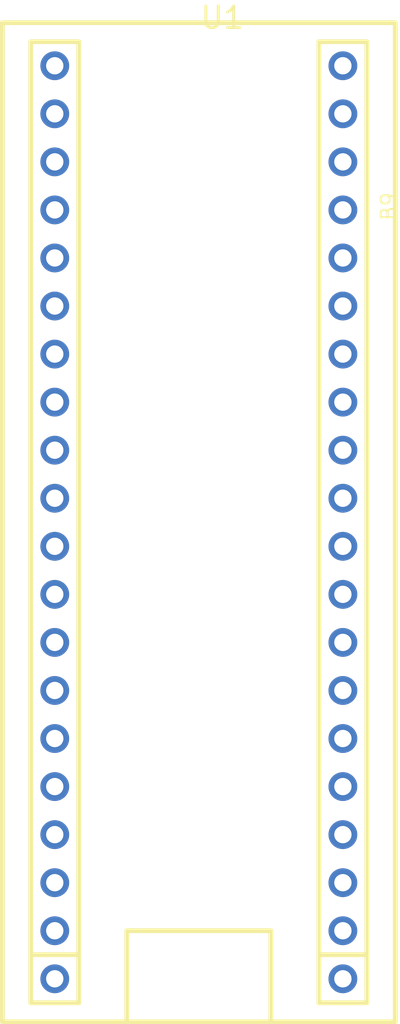
<source format=kicad_pcb>
(kicad_pcb (version 20171130) (host pcbnew "(5.1.5)-3") (page "A4") (layers (0 "F.Cu" signal) (31 "B.Cu" signal) (32 "B.Adhes" user) (33 "F.Adhes" user) (34 "B.Paste" user) (35 "F.Paste" user) (36 "B.SilkS" user) (37 "F.SilkS" user) (38 "B.Mask" user) (39 "F.Mask" user) (40 "Dwgs.User" user) (41 "Cmts.User" user) (42 "Eco1.User" user) (43 "Eco2.User" user) (44 "Edge.Cuts" user) (45 "Margin" user) (46 "B.CrtYd" user) (47 "F.CrtYd" user) (48 "B.Fab" user hide) (49 "F.Fab" user hide)) (net 0 "") (net 1 "U1_1") (net 2 "U1_2") (net 3 "U1_3") (net 4 "U1_4") (net 5 "U1_5") (net 6 "U1_6") (net 7 "U1_7") (net 8 "U1_8") (net 9 "U1_9") (net 10 "U1_10") (net 11 "U1_11") (net 12 "U1_12") (net 13 "U1_13") (net 14 "U1_14") (net 15 "U1_15") (net 16 "U1_16") (net 17 "U1_17") (net 18 "U1_18") (net 19 "U1_19") (net 20 "U1_20") (net 21 "U1_21") (net 22 "U1_22") (net 23 "U1_23") (net 24 "U1_24") (net 25 "U1_25") (net 26 "U1_26") (net 27 "U1_27") (net 28 "U1_28") (net 29 "U1_29") (net 30 "U1_30") (net 31 "U1_31") (net 32 "U1_32") (net 33 "U1_33") (net 34 "U1_34") (net 35 "U1_35") (net 36 "U1_36") (net 37 "U1_37") (net 38 "U1_38") (net 39 "U1_39") (net 40 "U1_40") (module "easyeda:STM32F411 BLACKPILL" (layer "F.Cu") (at 5.08 69.85) (fp_text value "STM32F411 Black Pill" (at 0 -28.448 0) (layer "F.Fab") hide (effects (font (size 1.143 1.143) (thickness 0.152)) (justify left))) (fp_text reference "U1" (at 0 -26.67 0) (layer "F.SilkS") (effects (font (size 1.143 1.143) (thickness 0.152)) (justify left))) (fp_line (start -8.89 22.86) (end -8.89 25.4) (width 0.254) (layer "F.SilkS")) (fp_line (start -8.89 25.4) (end -6.35 25.4) (width 0.254) (layer "F.SilkS")) (fp_line (start -6.35 25.4) (end -6.35 22.86) (width 0.254) (layer "F.SilkS")) (fp_line (start -6.35 22.86) (end -8.89 22.86) (width 0.254) (layer "F.SilkS")) (fp_line (start -8.89 22.86) (end -8.89 -25.4) (width 0.254) (layer "F.SilkS")) (fp_line (start -8.89 -25.4) (end -6.35 -25.4) (width 0.254) (layer "F.SilkS")) (fp_line (start -6.35 -25.4) (end -6.35 22.86) (width 0.254) (layer "F.SilkS")) (fp_line (start -3.81 26.289) (end -3.81 21.59) (width 0.254) (layer "F.SilkS")) (fp_line (start -3.81 21.59) (end 3.81 21.59) (width 0.254) (layer "F.SilkS")) (fp_line (start 3.81 21.59) (end 3.81 26.289) (width 0.254) (layer "F.SilkS")) (fp_line (start 6.35 22.86) (end 6.35 25.4) (width 0.254) (layer "F.SilkS")) (fp_line (start 6.35 25.4) (end 8.89 25.4) (width 0.254) (layer "F.SilkS")) (fp_line (start 8.89 25.4) (end 8.89 22.86) (width 0.254) (layer "F.SilkS")) (fp_line (start 8.89 22.86) (end 6.35 22.86) (width 0.254) (layer "F.SilkS")) (fp_line (start 6.35 22.86) (end 6.35 -25.4) (width 0.254) (layer "F.SilkS")) (fp_line (start 6.35 -25.4) (end 8.89 -25.4) (width 0.254) (layer "F.SilkS")) (fp_line (start 8.89 -25.4) (end 8.89 22.86) (width 0.254) (layer "F.SilkS")) (fp_line (start -10.39 -26.405) (end 10.39 -26.405) (width 0.254) (layer "F.SilkS")) (fp_line (start 10.39 -26.405) (end 10.39 26.405) (width 0.254) (layer "F.SilkS")) (fp_line (start 10.39 26.405) (end -10.39 26.405) (width 0.254) (layer "F.SilkS")) (fp_line (start -10.39 26.405) (end -10.39 -26.405) (width 0.254) (layer "F.SilkS")) (fp_text value "USB" (at -2.54 25.4 0) (layer "F.SilkS") (effects (font (size 2.032 2.032) (thickness 0.203)) (justify left))) (fp_text value "5V" (at -9.271 24.765 90) (layer "F.SilkS") (effects (font (size 0.762 0.762) (thickness 0.102)) (justify left))) (fp_text value "GND" (at -9.271 22.606 90) (layer "F.SilkS") (effects (font (size 0.762 0.762) (thickness 0.102)) (justify left))) (fp_text value "3V3" (at -9.271 20.066 90) (layer "F.SilkS") (effects (font (size 0.762 0.762) (thickness 0.102)) (justify left))) (fp_text value "B10" (at -9.271 17.272 90) (layer "F.SilkS") (effects (font (size 0.762 0.762) (thickness 0.102)) (justify left))) (fp_text value "B0" (at -9.271 9.525 90) (layer "F.SilkS") (effects (font (size 0.762 0.762) (thickness 0.102)) (justify left))) (fp_text value "B1" (at -9.271 11.938 90) (layer "F.SilkS") (effects (font (size 0.762 0.762) (thickness 0.102)) (justify left))) (fp_text value "B2" (at -9.271 14.478 90) (layer "F.SilkS") (effects (font (size 0.762 0.762) (thickness 0.102)) (justify left))) (fp_text value "A0" (at -9.271 -10.795 90) (layer "F.SilkS") (effects (font (size 0.762 0.762) (thickness 0.102)) (justify left))) (fp_text value "A1" (at -9.271 -8.509 90) (layer "F.SilkS") (effects (font (size 0.762 0.762) (thickness 0.102)) (justify left))) (fp_text value "A2" (at -9.271 -5.715 90) (layer "F.SilkS") (effects (font (size 0.762 0.762) (thickness 0.102)) (justify left))) (fp_text value "A3" (at -9.271 -3.302 90) (layer "F.SilkS") (effects (font (size 0.762 0.762) (thickness 0.102)) (justify left))) (fp_text value "A4" (at -9.271 -0.635 90) (layer "F.SilkS") (effects (font (size 0.762 0.762) (thickness 0.102)) (justify left))) (fp_text value "A5" (at -9.271 1.905 90) (layer "F.SilkS") (effects (font (size 0.762 0.762) (thickness 0.102)) (justify left))) (fp_text value "A6" (at -9.271 4.445 90) (layer "F.SilkS") (effects (font (size 0.762 0.762) (thickness 0.102)) (justify left))) (fp_text value "A7" (at -9.271 6.985 90) (layer "F.SilkS") (effects (font (size 0.762 0.762) (thickness 0.102)) (justify left))) (fp_text value "RST" (at -9.271 -13.081 90) (layer "F.SilkS") (effects (font (size 0.762 0.762) (thickness 0.102)) (justify left))) (fp_text value "VB" (at -9.271 -23.368 90) (layer "F.SilkS") (effects (font (size 0.762 0.762) (thickness 0.102)) (justify left))) (fp_text value "C13" (at -9.271 -20.828 90) (layer "F.SilkS") (effects (font (size 0.762 0.762) (thickness 0.102)) (justify left))) (fp_text value "C14" (at -9.271 -18.161 90) (layer "F.SilkS") (effects (font (size 0.762 0.762) (thickness 0.102)) (justify left))) (fp_text value "C15" (at -9.271 -15.621 90) (layer "F.SilkS") (effects (font (size 0.762 0.762) (thickness 0.102)) (justify left))) (fp_text value "5V" (at 10.033 -18.415 90) (layer "F.SilkS") (effects (font (size 0.762 0.762) (thickness 0.102)) (justify left))) (fp_text value "GND" (at 10.033 -20.574 90) (layer "F.SilkS") (effects (font (size 0.762 0.762) (thickness 0.102)) (justify left))) (fp_text value "3V3" (at 10.033 -23.114 90) (layer "F.SilkS") (effects (font (size 0.762 0.762) (thickness 0.102)) (justify left))) (fp_text value "B12" (at 10.033 24.892 90) (layer "F.SilkS") (effects (font (size 0.762 0.762) (thickness 0.102)) (justify left))) (fp_text value "B13" (at 10.033 22.352 90) (layer "F.SilkS") (effects (font (size 0.762 0.762) (thickness 0.102)) (justify left))) (fp_text value "B14" (at 10.033 19.812 90) (layer "F.SilkS") (effects (font (size 0.762 0.762) (thickness 0.102)) (justify left))) (fp_text value "B15" (at 10.033 17.272 90) (layer "F.SilkS") (effects (font (size 0.762 0.762) (thickness 0.102)) (justify left))) (fp_text value "A8" (at 10.033 14.605 90) (layer "F.SilkS") (effects (font (size 0.762 0.762) (thickness 0.102)) (justify left))) (fp_text value "A9" (at 10.033 12.065 90) (layer "F.SilkS") (effects (font (size 0.762 0.762) (thickness 0.102)) (justify left))) (fp_text value "A10" (at 10.033 9.779 90) (layer "F.SilkS") (effects (font (size 0.762 0.762) (thickness 0.102)) (justify left))) (fp_text value "A11" (at 10.033 6.985 90) (layer "F.SilkS") (effects (font (size 0.762 0.762) (thickness 0.102)) (justify left))) (fp_text value "A12" (at 10.033 4.699 90) (layer "F.SilkS") (effects (font (size 0.762 0.762) (thickness 0.102)) (justify left))) (fp_text value "A15" (at 10.033 2.159 90) (layer "F.SilkS") (effects (font (size 0.762 0.762) (thickness 0.102)) (justify left))) (fp_text value "B3" (at 10.033 -0.762 90) (layer "F.SilkS") (effects (font (size 0.762 0.762) (thickness 0.102)) (justify left))) (fp_text value "B4" (at 10.033 -3.175 90) (layer "F.SilkS") (effects (font (size 0.762 0.762) (thickness 0.102)) (justify left))) (fp_text value "B5" (at 10.033 -5.588 90) (layer "F.SilkS") (effects (font (size 0.762 0.762) (thickness 0.102)) (justify left))) (fp_text value "B6" (at 10.033 -8.255 90) (layer "F.SilkS") (effects (font (size 0.762 0.762) (thickness 0.102)) (justify left))) (fp_text value "B7" (at 10.033 -10.795 90) (layer "F.SilkS") (effects (font (size 0.762 0.762) (thickness 0.102)) (justify left))) (fp_text value "B8" (at 10.033 -13.335 90) (layer "F.SilkS") (effects (font (size 0.762 0.762) (thickness 0.102)) (justify left))) (fp_text value "B9" (at 10.033 -15.875 90) (layer "F.SilkS") (effects (font (size 0.762 0.762) (thickness 0.102)) (justify left))) (pad 1 thru_hole circle (at -7.62 -24.13 0) (size 1.524 1.524) (layers "*.Cu" "*.Paste" "*.Mask") (drill 0.914) (net 1 "U1_1")) (pad 2 thru_hole circle (at -7.62 -21.59 0) (size 1.524 1.524) (layers "*.Cu" "*.Paste" "*.Mask") (drill 0.914) (net 2 "U1_2")) (pad 3 thru_hole circle (at -7.62 -19.05 0) (size 1.524 1.524) (layers "*.Cu" "*.Paste" "*.Mask") (drill 0.914) (net 3 "U1_3")) (pad 4 thru_hole circle (at -7.62 -16.51 0) (size 1.524 1.524) (layers "*.Cu" "*.Paste" "*.Mask") (drill 0.914) (net 4 "U1_4")) (pad 5 thru_hole circle (at -7.62 -13.97 0) (size 1.524 1.524) (layers "*.Cu" "*.Paste" "*.Mask") (drill 0.914) (net 5 "U1_5")) (pad 6 thru_hole circle (at -7.62 -11.43 0) (size 1.524 1.524) (layers "*.Cu" "*.Paste" "*.Mask") (drill 0.914) (net 6 "U1_6")) (pad 7 thru_hole circle (at -7.62 -8.89 0) (size 1.524 1.524) (layers "*.Cu" "*.Paste" "*.Mask") (drill 0.914) (net 7 "U1_7")) (pad 8 thru_hole circle (at -7.62 -6.35 0) (size 1.524 1.524) (layers "*.Cu" "*.Paste" "*.Mask") (drill 0.914) (net 8 "U1_8")) (pad 9 thru_hole circle (at -7.62 -3.81 0) (size 1.524 1.524) (layers "*.Cu" "*.Paste" "*.Mask") (drill 0.914) (net 9 "U1_9")) (pad 10 thru_hole circle (at -7.62 -1.27 0) (size 1.524 1.524) (layers "*.Cu" "*.Paste" "*.Mask") (drill 0.914) (net 10 "U1_10")) (pad 11 thru_hole circle (at -7.62 1.27 0) (size 1.524 1.524) (layers "*.Cu" "*.Paste" "*.Mask") (drill 0.914) (net 11 "U1_11")) (pad 12 thru_hole circle (at -7.62 3.81 0) (size 1.524 1.524) (layers "*.Cu" "*.Paste" "*.Mask") (drill 0.914) (net 12 "U1_12")) (pad 13 thru_hole circle (at -7.62 6.35 0) (size 1.524 1.524) (layers "*.Cu" "*.Paste" "*.Mask") (drill 0.914) (net 13 "U1_13")) (pad 14 thru_hole circle (at -7.62 8.89 0) (size 1.524 1.524) (layers "*.Cu" "*.Paste" "*.Mask") (drill 0.914) (net 14 "U1_14")) (pad 15 thru_hole circle (at -7.62 11.43 0) (size 1.524 1.524) (layers "*.Cu" "*.Paste" "*.Mask") (drill 0.914) (net 15 "U1_15")) (pad 16 thru_hole circle (at -7.62 13.97 0) (size 1.524 1.524) (layers "*.Cu" "*.Paste" "*.Mask") (drill 0.914) (net 16 "U1_16")) (pad 17 thru_hole circle (at -7.62 16.51 0) (size 1.524 1.524) (layers "*.Cu" "*.Paste" "*.Mask") (drill 0.914) (net 17 "U1_17")) (pad 18 thru_hole circle (at -7.62 19.05 0) (size 1.524 1.524) (layers "*.Cu" "*.Paste" "*.Mask") (drill 0.914) (net 18 "U1_18")) (pad 19 thru_hole circle (at -7.62 21.59 0) (size 1.524 1.524) (layers "*.Cu" "*.Paste" "*.Mask") (drill 0.914) (net 19 "U1_19")) (pad 20 thru_hole circle (at -7.62 24.13 0) (size 1.524 1.524) (layers "*.Cu" "*.Paste" "*.Mask") (drill 0.914) (net 20 "U1_20")) (pad 21 thru_hole circle (at 7.62 24.13 0) (size 1.524 1.524) (layers "*.Cu" "*.Paste" "*.Mask") (drill 0.914) (net 21 "U1_21")) (pad 22 thru_hole circle (at 7.62 21.59 0) (size 1.524 1.524) (layers "*.Cu" "*.Paste" "*.Mask") (drill 0.914) (net 22 "U1_22")) (pad 23 thru_hole circle (at 7.62 19.05 0) (size 1.524 1.524) (layers "*.Cu" "*.Paste" "*.Mask") (drill 0.914) (net 23 "U1_23")) (pad 24 thru_hole circle (at 7.62 16.51 0) (size 1.524 1.524) (layers "*.Cu" "*.Paste" "*.Mask") (drill 0.914) (net 24 "U1_24")) (pad 25 thru_hole circle (at 7.62 13.97 0) (size 1.524 1.524) (layers "*.Cu" "*.Paste" "*.Mask") (drill 0.914) (net 25 "U1_25")) (pad 26 thru_hole circle (at 7.62 11.43 0) (size 1.524 1.524) (layers "*.Cu" "*.Paste" "*.Mask") (drill 0.914) (net 26 "U1_26")) (pad 27 thru_hole circle (at 7.62 8.89 0) (size 1.524 1.524) (layers "*.Cu" "*.Paste" "*.Mask") (drill 0.914) (net 27 "U1_27")) (pad 28 thru_hole circle (at 7.62 6.35 0) (size 1.524 1.524) (layers "*.Cu" "*.Paste" "*.Mask") (drill 0.914) (net 28 "U1_28")) (pad 29 thru_hole circle (at 7.62 3.81 0) (size 1.524 1.524) (layers "*.Cu" "*.Paste" "*.Mask") (drill 0.914) (net 29 "U1_29")) (pad 30 thru_hole circle (at 7.62 1.27 0) (size 1.524 1.524) (layers "*.Cu" "*.Paste" "*.Mask") (drill 0.914) (net 30 "U1_30")) (pad 31 thru_hole circle (at 7.62 -1.27 0) (size 1.524 1.524) (layers "*.Cu" "*.Paste" "*.Mask") (drill 0.914) (net 31 "U1_31")) (pad 32 thru_hole circle (at 7.62 -3.81 0) (size 1.524 1.524) (layers "*.Cu" "*.Paste" "*.Mask") (drill 0.914) (net 32 "U1_32")) (pad 33 thru_hole circle (at 7.62 -6.35 0) (size 1.524 1.524) (layers "*.Cu" "*.Paste" "*.Mask") (drill 0.914) (net 33 "U1_33")) (pad 34 thru_hole circle (at 7.62 -8.89 0) (size 1.524 1.524) (layers "*.Cu" "*.Paste" "*.Mask") (drill 0.914) (net 34 "U1_34")) (pad 35 thru_hole circle (at 7.62 -11.43 0) (size 1.524 1.524) (layers "*.Cu" "*.Paste" "*.Mask") (drill 0.914) (net 35 "U1_35")) (pad 36 thru_hole circle (at 7.62 -13.97 0) (size 1.524 1.524) (layers "*.Cu" "*.Paste" "*.Mask") (drill 0.914) (net 36 "U1_36")) (pad 37 thru_hole circle (at 7.62 -16.51 0) (size 1.524 1.524) (layers "*.Cu" "*.Paste" "*.Mask") (drill 0.914) (net 37 "U1_37")) (pad 38 thru_hole circle (at 7.62 -19.05 0) (size 1.524 1.524) (layers "*.Cu" "*.Paste" "*.Mask") (drill 0.914) (net 38 "U1_38")) (pad 39 thru_hole circle (at 7.62 -21.59 0) (size 1.524 1.524) (layers "*.Cu" "*.Paste" "*.Mask") (drill 0.914) (net 39 "U1_39")) (pad 40 thru_hole circle (at 7.62 -24.13 0) (size 1.524 1.524) (layers "*.Cu" "*.Paste" "*.Mask") (drill 0.914) (net 40 "U1_40")) (fp_text user gge966646779466d1e5 (at 0 0) (layer "Cmts.User") (effects (font (size 1 1) (thickness 0.15))))))
</source>
